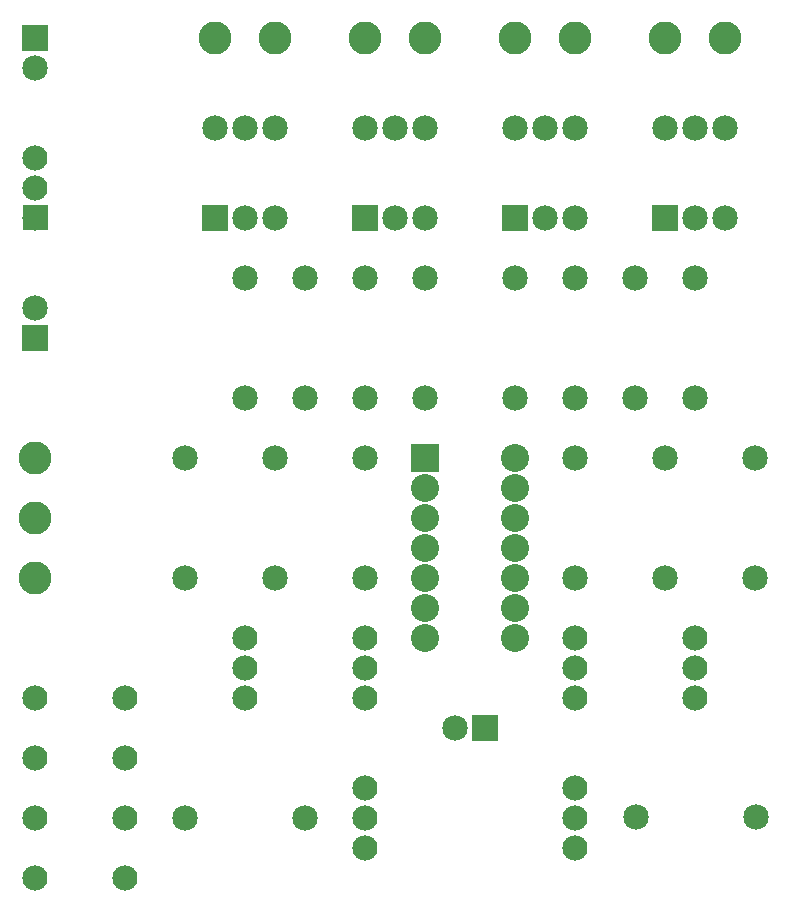
<source format=gbs>
G04 MADE WITH FRITZING*
G04 WWW.FRITZING.ORG*
G04 SINGLE SIDED*
G04 HOLES NOT PLATED*
G04 CONTOUR ON CENTER OF CONTOUR VECTOR*
%ASAXBY*%
%FSLAX23Y23*%
%MOIN*%
%OFA0B0*%
%SFA1.0B1.0*%
%ADD10C,0.085000*%
%ADD11C,0.109583*%
%ADD12C,0.084000*%
%ADD13C,0.093307*%
%ADD14R,0.085000X0.085000*%
%ADD15R,0.093307X0.093307*%
%ADD16R,0.001000X0.001000*%
%LNMASK0*%
G90*
G70*
G54D10*
X2300Y2397D03*
X2300Y2697D03*
X2400Y2397D03*
X2400Y2697D03*
X2500Y2397D03*
X2500Y2697D03*
X1800Y2397D03*
X1800Y2697D03*
X1900Y2397D03*
X1900Y2697D03*
X2000Y2397D03*
X2000Y2697D03*
X1300Y2397D03*
X1300Y2697D03*
X1400Y2397D03*
X1400Y2697D03*
X1500Y2397D03*
X1500Y2697D03*
X800Y2397D03*
X800Y2697D03*
X900Y2397D03*
X900Y2697D03*
X1000Y2397D03*
X1000Y2697D03*
G54D11*
X2500Y2997D03*
X2300Y2997D03*
X2000Y2997D03*
X1800Y2997D03*
X1500Y2997D03*
X1300Y2997D03*
X1000Y2997D03*
X800Y2997D03*
G54D12*
X200Y2397D03*
X200Y2497D03*
X200Y2597D03*
G54D11*
X200Y1597D03*
X200Y1397D03*
X200Y1197D03*
G54D12*
X200Y797D03*
X500Y797D03*
X200Y597D03*
X500Y597D03*
X200Y397D03*
X500Y397D03*
X200Y197D03*
X500Y197D03*
G54D10*
X200Y2997D03*
X200Y2897D03*
X200Y1997D03*
X200Y2097D03*
X1700Y697D03*
X1600Y697D03*
X700Y397D03*
X1100Y397D03*
X2001Y2197D03*
X2001Y1797D03*
X1801Y2197D03*
X1801Y1797D03*
X1501Y2197D03*
X1501Y1797D03*
X1301Y2197D03*
X1301Y1797D03*
X2401Y2197D03*
X2401Y1797D03*
X2201Y2197D03*
X2201Y1797D03*
X1101Y2197D03*
X1101Y1797D03*
X901Y2197D03*
X901Y1797D03*
X2301Y1597D03*
X2301Y1197D03*
X2001Y1597D03*
X2001Y1197D03*
X1301Y1597D03*
X1301Y1197D03*
X1001Y1597D03*
X1001Y1197D03*
X701Y1597D03*
X701Y1197D03*
X2601Y1597D03*
X2601Y1197D03*
X2602Y399D03*
X2202Y399D03*
G54D12*
X1300Y297D03*
X1300Y397D03*
X1300Y497D03*
X2000Y497D03*
X2000Y397D03*
X2000Y297D03*
X2400Y997D03*
X2400Y897D03*
X2400Y797D03*
X2001Y997D03*
X2001Y897D03*
X2001Y797D03*
X1301Y997D03*
X1301Y897D03*
X1301Y797D03*
X900Y997D03*
X900Y897D03*
X900Y797D03*
G54D13*
X1501Y1597D03*
X1801Y1597D03*
X1501Y1497D03*
X1801Y1497D03*
X1501Y1397D03*
X1801Y1397D03*
X1501Y1297D03*
X1801Y1297D03*
X1501Y1197D03*
X1801Y1197D03*
X1501Y1097D03*
X1801Y1097D03*
X1501Y997D03*
X1801Y997D03*
G54D14*
X2300Y2397D03*
X1800Y2397D03*
X1300Y2397D03*
X800Y2397D03*
X200Y2997D03*
X200Y1997D03*
X1700Y697D03*
G54D15*
X1501Y1597D03*
G54D16*
X159Y2438D02*
X242Y2438D01*
X159Y2437D02*
X242Y2437D01*
X159Y2436D02*
X242Y2436D01*
X159Y2435D02*
X242Y2435D01*
X159Y2434D02*
X242Y2434D01*
X159Y2433D02*
X242Y2433D01*
X159Y2432D02*
X242Y2432D01*
X159Y2431D02*
X242Y2431D01*
X159Y2430D02*
X242Y2430D01*
X159Y2429D02*
X242Y2429D01*
X159Y2428D02*
X242Y2428D01*
X159Y2427D02*
X242Y2427D01*
X159Y2426D02*
X242Y2426D01*
X159Y2425D02*
X242Y2425D01*
X159Y2424D02*
X242Y2424D01*
X159Y2423D02*
X242Y2423D01*
X159Y2422D02*
X242Y2422D01*
X159Y2421D02*
X242Y2421D01*
X159Y2420D02*
X242Y2420D01*
X159Y2419D02*
X242Y2419D01*
X159Y2418D02*
X242Y2418D01*
X159Y2417D02*
X242Y2417D01*
X159Y2416D02*
X242Y2416D01*
X159Y2415D02*
X242Y2415D01*
X159Y2414D02*
X242Y2414D01*
X159Y2413D02*
X242Y2413D01*
X159Y2412D02*
X242Y2412D01*
X159Y2411D02*
X196Y2411D01*
X205Y2411D02*
X242Y2411D01*
X159Y2410D02*
X194Y2410D01*
X207Y2410D02*
X242Y2410D01*
X159Y2409D02*
X192Y2409D01*
X209Y2409D02*
X242Y2409D01*
X159Y2408D02*
X191Y2408D01*
X210Y2408D02*
X242Y2408D01*
X159Y2407D02*
X189Y2407D01*
X211Y2407D02*
X242Y2407D01*
X159Y2406D02*
X189Y2406D01*
X212Y2406D02*
X242Y2406D01*
X159Y2405D02*
X188Y2405D01*
X213Y2405D02*
X242Y2405D01*
X159Y2404D02*
X187Y2404D01*
X214Y2404D02*
X242Y2404D01*
X159Y2403D02*
X187Y2403D01*
X214Y2403D02*
X242Y2403D01*
X159Y2402D02*
X186Y2402D01*
X215Y2402D02*
X242Y2402D01*
X159Y2401D02*
X186Y2401D01*
X215Y2401D02*
X242Y2401D01*
X159Y2400D02*
X186Y2400D01*
X215Y2400D02*
X242Y2400D01*
X159Y2399D02*
X185Y2399D01*
X215Y2399D02*
X242Y2399D01*
X159Y2398D02*
X185Y2398D01*
X216Y2398D02*
X242Y2398D01*
X159Y2397D02*
X185Y2397D01*
X216Y2397D02*
X242Y2397D01*
X159Y2396D02*
X185Y2396D01*
X216Y2396D02*
X242Y2396D01*
X159Y2395D02*
X185Y2395D01*
X215Y2395D02*
X242Y2395D01*
X159Y2394D02*
X186Y2394D01*
X215Y2394D02*
X242Y2394D01*
X159Y2393D02*
X186Y2393D01*
X215Y2393D02*
X242Y2393D01*
X159Y2392D02*
X186Y2392D01*
X215Y2392D02*
X242Y2392D01*
X159Y2391D02*
X186Y2391D01*
X215Y2391D02*
X242Y2391D01*
X159Y2390D02*
X187Y2390D01*
X214Y2390D02*
X242Y2390D01*
X159Y2389D02*
X187Y2389D01*
X213Y2389D02*
X242Y2389D01*
X159Y2388D02*
X188Y2388D01*
X213Y2388D02*
X242Y2388D01*
X159Y2387D02*
X189Y2387D01*
X212Y2387D02*
X242Y2387D01*
X159Y2386D02*
X190Y2386D01*
X211Y2386D02*
X242Y2386D01*
X159Y2385D02*
X191Y2385D01*
X210Y2385D02*
X242Y2385D01*
X159Y2384D02*
X193Y2384D01*
X208Y2384D02*
X242Y2384D01*
X159Y2383D02*
X195Y2383D01*
X206Y2383D02*
X242Y2383D01*
X159Y2382D02*
X242Y2382D01*
X159Y2381D02*
X242Y2381D01*
X159Y2380D02*
X242Y2380D01*
X159Y2379D02*
X242Y2379D01*
X159Y2378D02*
X242Y2378D01*
X159Y2377D02*
X242Y2377D01*
X159Y2376D02*
X242Y2376D01*
X159Y2375D02*
X242Y2375D01*
X159Y2374D02*
X242Y2374D01*
X159Y2373D02*
X242Y2373D01*
X159Y2372D02*
X242Y2372D01*
X159Y2371D02*
X242Y2371D01*
X159Y2370D02*
X242Y2370D01*
X159Y2369D02*
X242Y2369D01*
X159Y2368D02*
X242Y2368D01*
X159Y2367D02*
X242Y2367D01*
X159Y2366D02*
X242Y2366D01*
X159Y2365D02*
X242Y2365D01*
X159Y2364D02*
X242Y2364D01*
X159Y2363D02*
X242Y2363D01*
X159Y2362D02*
X242Y2362D01*
X159Y2361D02*
X242Y2361D01*
X159Y2360D02*
X242Y2360D01*
X159Y2359D02*
X242Y2359D01*
X159Y2358D02*
X242Y2358D01*
X159Y2357D02*
X242Y2357D01*
X159Y2356D02*
X242Y2356D01*
X159Y2355D02*
X242Y2355D01*
D02*
G04 End of Mask0*
M02*
</source>
